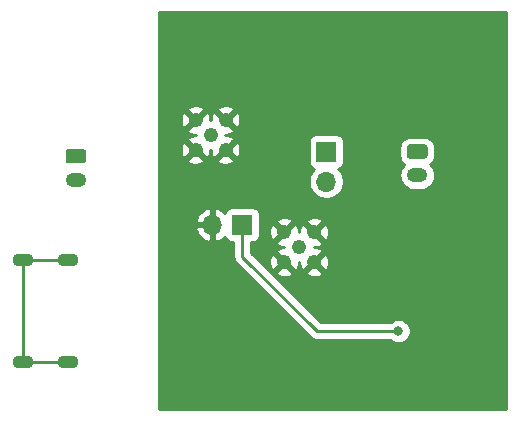
<source format=gbl>
G04 #@! TF.GenerationSoftware,KiCad,Pcbnew,(5.1.5-0)*
G04 #@! TF.CreationDate,2022-02-08T08:58:47-07:00*
G04 #@! TF.ProjectId,TPS61165-heater-v2,54505336-3131-4363-952d-686561746572,rev?*
G04 #@! TF.SameCoordinates,Original*
G04 #@! TF.FileFunction,Copper,L2,Bot*
G04 #@! TF.FilePolarity,Positive*
%FSLAX46Y46*%
G04 Gerber Fmt 4.6, Leading zero omitted, Abs format (unit mm)*
G04 Created by KiCad (PCBNEW (5.1.5-0)) date 2022-02-08 08:58:47*
%MOMM*%
%LPD*%
G04 APERTURE LIST*
%ADD10C,1.240000*%
%ADD11O,1.700000X1.700000*%
%ADD12R,1.700000X1.700000*%
%ADD13O,1.750000X1.200000*%
%ADD14C,0.100000*%
%ADD15O,1.800000X1.100000*%
%ADD16C,0.800000*%
%ADD17C,0.250000*%
%ADD18C,0.254000*%
G04 APERTURE END LIST*
D10*
X140530000Y-76870000D03*
X143070000Y-74330000D03*
X143070000Y-76870000D03*
X140530000Y-74330000D03*
X141800000Y-75600000D03*
D11*
X134460000Y-73700000D03*
D12*
X137000000Y-73700000D03*
D10*
X135570000Y-64830000D03*
X133030000Y-67370000D03*
X133030000Y-64830000D03*
X135570000Y-67370000D03*
X134300000Y-66100000D03*
D13*
X151800000Y-69500000D03*
G04 #@! TA.AperFunction,ComponentPad*
D14*
G36*
X152449505Y-66901204D02*
G01*
X152473773Y-66904804D01*
X152497572Y-66910765D01*
X152520671Y-66919030D01*
X152542850Y-66929520D01*
X152563893Y-66942132D01*
X152583599Y-66956747D01*
X152601777Y-66973223D01*
X152618253Y-66991401D01*
X152632868Y-67011107D01*
X152645480Y-67032150D01*
X152655970Y-67054329D01*
X152664235Y-67077428D01*
X152670196Y-67101227D01*
X152673796Y-67125495D01*
X152675000Y-67149999D01*
X152675000Y-67850001D01*
X152673796Y-67874505D01*
X152670196Y-67898773D01*
X152664235Y-67922572D01*
X152655970Y-67945671D01*
X152645480Y-67967850D01*
X152632868Y-67988893D01*
X152618253Y-68008599D01*
X152601777Y-68026777D01*
X152583599Y-68043253D01*
X152563893Y-68057868D01*
X152542850Y-68070480D01*
X152520671Y-68080970D01*
X152497572Y-68089235D01*
X152473773Y-68095196D01*
X152449505Y-68098796D01*
X152425001Y-68100000D01*
X151174999Y-68100000D01*
X151150495Y-68098796D01*
X151126227Y-68095196D01*
X151102428Y-68089235D01*
X151079329Y-68080970D01*
X151057150Y-68070480D01*
X151036107Y-68057868D01*
X151016401Y-68043253D01*
X150998223Y-68026777D01*
X150981747Y-68008599D01*
X150967132Y-67988893D01*
X150954520Y-67967850D01*
X150944030Y-67945671D01*
X150935765Y-67922572D01*
X150929804Y-67898773D01*
X150926204Y-67874505D01*
X150925000Y-67850001D01*
X150925000Y-67149999D01*
X150926204Y-67125495D01*
X150929804Y-67101227D01*
X150935765Y-67077428D01*
X150944030Y-67054329D01*
X150954520Y-67032150D01*
X150967132Y-67011107D01*
X150981747Y-66991401D01*
X150998223Y-66973223D01*
X151016401Y-66956747D01*
X151036107Y-66942132D01*
X151057150Y-66929520D01*
X151079329Y-66919030D01*
X151102428Y-66910765D01*
X151126227Y-66904804D01*
X151150495Y-66901204D01*
X151174999Y-66900000D01*
X152425001Y-66900000D01*
X152449505Y-66901204D01*
G37*
G04 #@! TD.AperFunction*
D11*
X144100000Y-70040000D03*
D12*
X144100000Y-67500000D03*
D13*
X122900000Y-69900000D03*
G04 #@! TA.AperFunction,ComponentPad*
D14*
G36*
X123549505Y-67301204D02*
G01*
X123573773Y-67304804D01*
X123597572Y-67310765D01*
X123620671Y-67319030D01*
X123642850Y-67329520D01*
X123663893Y-67342132D01*
X123683599Y-67356747D01*
X123701777Y-67373223D01*
X123718253Y-67391401D01*
X123732868Y-67411107D01*
X123745480Y-67432150D01*
X123755970Y-67454329D01*
X123764235Y-67477428D01*
X123770196Y-67501227D01*
X123773796Y-67525495D01*
X123775000Y-67549999D01*
X123775000Y-68250001D01*
X123773796Y-68274505D01*
X123770196Y-68298773D01*
X123764235Y-68322572D01*
X123755970Y-68345671D01*
X123745480Y-68367850D01*
X123732868Y-68388893D01*
X123718253Y-68408599D01*
X123701777Y-68426777D01*
X123683599Y-68443253D01*
X123663893Y-68457868D01*
X123642850Y-68470480D01*
X123620671Y-68480970D01*
X123597572Y-68489235D01*
X123573773Y-68495196D01*
X123549505Y-68498796D01*
X123525001Y-68500000D01*
X122274999Y-68500000D01*
X122250495Y-68498796D01*
X122226227Y-68495196D01*
X122202428Y-68489235D01*
X122179329Y-68480970D01*
X122157150Y-68470480D01*
X122136107Y-68457868D01*
X122116401Y-68443253D01*
X122098223Y-68426777D01*
X122081747Y-68408599D01*
X122067132Y-68388893D01*
X122054520Y-68367850D01*
X122044030Y-68345671D01*
X122035765Y-68322572D01*
X122029804Y-68298773D01*
X122026204Y-68274505D01*
X122025000Y-68250001D01*
X122025000Y-67549999D01*
X122026204Y-67525495D01*
X122029804Y-67501227D01*
X122035765Y-67477428D01*
X122044030Y-67454329D01*
X122054520Y-67432150D01*
X122067132Y-67411107D01*
X122081747Y-67391401D01*
X122098223Y-67373223D01*
X122116401Y-67356747D01*
X122136107Y-67342132D01*
X122157150Y-67329520D01*
X122179329Y-67319030D01*
X122202428Y-67310765D01*
X122226227Y-67304804D01*
X122250495Y-67301204D01*
X122274999Y-67300000D01*
X123525001Y-67300000D01*
X123549505Y-67301204D01*
G37*
G04 #@! TD.AperFunction*
D15*
X118425000Y-76680000D03*
X118425000Y-85320000D03*
X122225000Y-76680000D03*
X122225000Y-85320000D03*
D16*
X150200000Y-82700000D03*
D17*
X137000000Y-76400000D02*
X137000000Y-73700000D01*
X137000000Y-76400000D02*
X143300000Y-82700000D01*
X143300000Y-82700000D02*
X146500000Y-82700000D01*
X146500000Y-82700000D02*
X146000000Y-82700000D01*
X150200000Y-82700000D02*
X146500000Y-82700000D01*
X122225000Y-76680000D02*
X118425000Y-76680000D01*
X122225000Y-85320000D02*
X118425000Y-85320000D01*
X118425000Y-85320000D02*
X118425000Y-76680000D01*
D18*
G36*
X159340001Y-89340000D02*
G01*
X129927000Y-89340000D01*
X129927000Y-74056891D01*
X133018519Y-74056891D01*
X133115843Y-74331252D01*
X133264822Y-74581355D01*
X133459731Y-74797588D01*
X133693080Y-74971641D01*
X133955901Y-75096825D01*
X134103110Y-75141476D01*
X134333000Y-75020155D01*
X134333000Y-73827000D01*
X133139186Y-73827000D01*
X133018519Y-74056891D01*
X129927000Y-74056891D01*
X129927000Y-73343109D01*
X133018519Y-73343109D01*
X133139186Y-73573000D01*
X134333000Y-73573000D01*
X134333000Y-72379845D01*
X134587000Y-72379845D01*
X134587000Y-73573000D01*
X134607000Y-73573000D01*
X134607000Y-73827000D01*
X134587000Y-73827000D01*
X134587000Y-75020155D01*
X134816890Y-75141476D01*
X134964099Y-75096825D01*
X135226920Y-74971641D01*
X135460269Y-74797588D01*
X135536034Y-74713534D01*
X135560498Y-74794180D01*
X135619463Y-74904494D01*
X135698815Y-75001185D01*
X135795506Y-75080537D01*
X135905820Y-75139502D01*
X136025518Y-75175812D01*
X136150000Y-75188072D01*
X136240000Y-75188072D01*
X136240000Y-76362677D01*
X136236324Y-76400000D01*
X136240000Y-76437322D01*
X136240000Y-76437332D01*
X136250997Y-76548985D01*
X136293893Y-76690395D01*
X136294454Y-76692246D01*
X136365026Y-76824276D01*
X136390241Y-76855000D01*
X136459999Y-76940001D01*
X136489003Y-76963804D01*
X142736205Y-83211008D01*
X142759999Y-83240001D01*
X142788992Y-83263795D01*
X142788996Y-83263799D01*
X142859685Y-83321811D01*
X142875724Y-83334974D01*
X143007753Y-83405546D01*
X143151014Y-83449003D01*
X143262667Y-83460000D01*
X143262676Y-83460000D01*
X143299999Y-83463676D01*
X143337322Y-83460000D01*
X149496289Y-83460000D01*
X149540226Y-83503937D01*
X149709744Y-83617205D01*
X149898102Y-83695226D01*
X150098061Y-83735000D01*
X150301939Y-83735000D01*
X150501898Y-83695226D01*
X150690256Y-83617205D01*
X150859774Y-83503937D01*
X151003937Y-83359774D01*
X151117205Y-83190256D01*
X151195226Y-83001898D01*
X151235000Y-82801939D01*
X151235000Y-82598061D01*
X151195226Y-82398102D01*
X151117205Y-82209744D01*
X151003937Y-82040226D01*
X150859774Y-81896063D01*
X150690256Y-81782795D01*
X150501898Y-81704774D01*
X150301939Y-81665000D01*
X150098061Y-81665000D01*
X149898102Y-81704774D01*
X149709744Y-81782795D01*
X149540226Y-81896063D01*
X149496289Y-81940000D01*
X143614803Y-81940000D01*
X139408875Y-77734072D01*
X139845533Y-77734072D01*
X139895274Y-77959691D01*
X140120058Y-78062582D01*
X140360596Y-78119642D01*
X140607645Y-78128680D01*
X140851709Y-78089347D01*
X141083410Y-78003156D01*
X141164726Y-77959691D01*
X141214467Y-77734072D01*
X142385533Y-77734072D01*
X142435274Y-77959691D01*
X142660058Y-78062582D01*
X142900596Y-78119642D01*
X143147645Y-78128680D01*
X143391709Y-78089347D01*
X143623410Y-78003156D01*
X143704726Y-77959691D01*
X143754467Y-77734072D01*
X143070000Y-77049605D01*
X142385533Y-77734072D01*
X141214467Y-77734072D01*
X140530000Y-77049605D01*
X139845533Y-77734072D01*
X139408875Y-77734072D01*
X138622447Y-76947645D01*
X139271320Y-76947645D01*
X139310653Y-77191709D01*
X139396844Y-77423410D01*
X139440309Y-77504726D01*
X139665928Y-77554467D01*
X140350395Y-76870000D01*
X139665928Y-76185533D01*
X139440309Y-76235274D01*
X139337418Y-76460058D01*
X139280358Y-76700596D01*
X139271320Y-76947645D01*
X138622447Y-76947645D01*
X137760000Y-76085199D01*
X137760000Y-75194072D01*
X139845533Y-75194072D01*
X139895274Y-75419691D01*
X140120058Y-75522582D01*
X140360596Y-75579642D01*
X140545000Y-75586388D01*
X140545000Y-75614709D01*
X140452355Y-75611320D01*
X140208291Y-75650653D01*
X139976590Y-75736844D01*
X139895274Y-75780309D01*
X139845533Y-76005928D01*
X140530000Y-76690395D01*
X140544143Y-76676253D01*
X140723748Y-76855858D01*
X140709605Y-76870000D01*
X141394072Y-77554467D01*
X141619691Y-77504726D01*
X141722582Y-77279942D01*
X141779642Y-77039404D01*
X141786388Y-76855000D01*
X141814709Y-76855000D01*
X141811320Y-76947645D01*
X141850653Y-77191709D01*
X141936844Y-77423410D01*
X141980309Y-77504726D01*
X142205928Y-77554467D01*
X142890395Y-76870000D01*
X143249605Y-76870000D01*
X143934072Y-77554467D01*
X144159691Y-77504726D01*
X144262582Y-77279942D01*
X144319642Y-77039404D01*
X144328680Y-76792355D01*
X144289347Y-76548291D01*
X144203156Y-76316590D01*
X144159691Y-76235274D01*
X143934072Y-76185533D01*
X143249605Y-76870000D01*
X142890395Y-76870000D01*
X142876253Y-76855858D01*
X143055858Y-76676253D01*
X143070000Y-76690395D01*
X143754467Y-76005928D01*
X143704726Y-75780309D01*
X143479942Y-75677418D01*
X143239404Y-75620358D01*
X143055000Y-75613612D01*
X143055000Y-75585291D01*
X143147645Y-75588680D01*
X143391709Y-75549347D01*
X143623410Y-75463156D01*
X143704726Y-75419691D01*
X143754467Y-75194072D01*
X143070000Y-74509605D01*
X143055858Y-74523748D01*
X142876253Y-74344143D01*
X142890395Y-74330000D01*
X143249605Y-74330000D01*
X143934072Y-75014467D01*
X144159691Y-74964726D01*
X144262582Y-74739942D01*
X144319642Y-74499404D01*
X144328680Y-74252355D01*
X144289347Y-74008291D01*
X144203156Y-73776590D01*
X144159691Y-73695274D01*
X143934072Y-73645533D01*
X143249605Y-74330000D01*
X142890395Y-74330000D01*
X142205928Y-73645533D01*
X141980309Y-73695274D01*
X141877418Y-73920058D01*
X141820358Y-74160596D01*
X141813612Y-74345000D01*
X141785291Y-74345000D01*
X141788680Y-74252355D01*
X141749347Y-74008291D01*
X141663156Y-73776590D01*
X141619691Y-73695274D01*
X141394072Y-73645533D01*
X140709605Y-74330000D01*
X140723748Y-74344143D01*
X140544143Y-74523748D01*
X140530000Y-74509605D01*
X139845533Y-75194072D01*
X137760000Y-75194072D01*
X137760000Y-75188072D01*
X137850000Y-75188072D01*
X137974482Y-75175812D01*
X138094180Y-75139502D01*
X138204494Y-75080537D01*
X138301185Y-75001185D01*
X138380537Y-74904494D01*
X138439502Y-74794180D01*
X138475812Y-74674482D01*
X138488072Y-74550000D01*
X138488072Y-74407645D01*
X139271320Y-74407645D01*
X139310653Y-74651709D01*
X139396844Y-74883410D01*
X139440309Y-74964726D01*
X139665928Y-75014467D01*
X140350395Y-74330000D01*
X139665928Y-73645533D01*
X139440309Y-73695274D01*
X139337418Y-73920058D01*
X139280358Y-74160596D01*
X139271320Y-74407645D01*
X138488072Y-74407645D01*
X138488072Y-73465928D01*
X139845533Y-73465928D01*
X140530000Y-74150395D01*
X141214467Y-73465928D01*
X142385533Y-73465928D01*
X143070000Y-74150395D01*
X143754467Y-73465928D01*
X143704726Y-73240309D01*
X143479942Y-73137418D01*
X143239404Y-73080358D01*
X142992355Y-73071320D01*
X142748291Y-73110653D01*
X142516590Y-73196844D01*
X142435274Y-73240309D01*
X142385533Y-73465928D01*
X141214467Y-73465928D01*
X141164726Y-73240309D01*
X140939942Y-73137418D01*
X140699404Y-73080358D01*
X140452355Y-73071320D01*
X140208291Y-73110653D01*
X139976590Y-73196844D01*
X139895274Y-73240309D01*
X139845533Y-73465928D01*
X138488072Y-73465928D01*
X138488072Y-72850000D01*
X138475812Y-72725518D01*
X138439502Y-72605820D01*
X138380537Y-72495506D01*
X138301185Y-72398815D01*
X138204494Y-72319463D01*
X138094180Y-72260498D01*
X137974482Y-72224188D01*
X137850000Y-72211928D01*
X136150000Y-72211928D01*
X136025518Y-72224188D01*
X135905820Y-72260498D01*
X135795506Y-72319463D01*
X135698815Y-72398815D01*
X135619463Y-72495506D01*
X135560498Y-72605820D01*
X135536034Y-72686466D01*
X135460269Y-72602412D01*
X135226920Y-72428359D01*
X134964099Y-72303175D01*
X134816890Y-72258524D01*
X134587000Y-72379845D01*
X134333000Y-72379845D01*
X134103110Y-72258524D01*
X133955901Y-72303175D01*
X133693080Y-72428359D01*
X133459731Y-72602412D01*
X133264822Y-72818645D01*
X133115843Y-73068748D01*
X133018519Y-73343109D01*
X129927000Y-73343109D01*
X129927000Y-68234072D01*
X132345533Y-68234072D01*
X132395274Y-68459691D01*
X132620058Y-68562582D01*
X132860596Y-68619642D01*
X133107645Y-68628680D01*
X133351709Y-68589347D01*
X133583410Y-68503156D01*
X133664726Y-68459691D01*
X133714467Y-68234072D01*
X134885533Y-68234072D01*
X134935274Y-68459691D01*
X135160058Y-68562582D01*
X135400596Y-68619642D01*
X135647645Y-68628680D01*
X135891709Y-68589347D01*
X136123410Y-68503156D01*
X136204726Y-68459691D01*
X136254467Y-68234072D01*
X135570000Y-67549605D01*
X134885533Y-68234072D01*
X133714467Y-68234072D01*
X133030000Y-67549605D01*
X132345533Y-68234072D01*
X129927000Y-68234072D01*
X129927000Y-67447645D01*
X131771320Y-67447645D01*
X131810653Y-67691709D01*
X131896844Y-67923410D01*
X131940309Y-68004726D01*
X132165928Y-68054467D01*
X132850395Y-67370000D01*
X132165928Y-66685533D01*
X131940309Y-66735274D01*
X131837418Y-66960058D01*
X131780358Y-67200596D01*
X131771320Y-67447645D01*
X129927000Y-67447645D01*
X129927000Y-65694072D01*
X132345533Y-65694072D01*
X132395274Y-65919691D01*
X132620058Y-66022582D01*
X132860596Y-66079642D01*
X133045000Y-66086388D01*
X133045000Y-66114709D01*
X132952355Y-66111320D01*
X132708291Y-66150653D01*
X132476590Y-66236844D01*
X132395274Y-66280309D01*
X132345533Y-66505928D01*
X133030000Y-67190395D01*
X133044143Y-67176253D01*
X133223748Y-67355858D01*
X133209605Y-67370000D01*
X133894072Y-68054467D01*
X134119691Y-68004726D01*
X134222582Y-67779942D01*
X134279642Y-67539404D01*
X134286388Y-67355000D01*
X134314709Y-67355000D01*
X134311320Y-67447645D01*
X134350653Y-67691709D01*
X134436844Y-67923410D01*
X134480309Y-68004726D01*
X134705928Y-68054467D01*
X135390395Y-67370000D01*
X135749605Y-67370000D01*
X136434072Y-68054467D01*
X136659691Y-68004726D01*
X136762582Y-67779942D01*
X136819642Y-67539404D01*
X136828680Y-67292355D01*
X136789347Y-67048291D01*
X136703156Y-66816590D01*
X136659691Y-66735274D01*
X136434072Y-66685533D01*
X135749605Y-67370000D01*
X135390395Y-67370000D01*
X135376253Y-67355858D01*
X135555858Y-67176253D01*
X135570000Y-67190395D01*
X136110395Y-66650000D01*
X142611928Y-66650000D01*
X142611928Y-68350000D01*
X142624188Y-68474482D01*
X142660498Y-68594180D01*
X142719463Y-68704494D01*
X142798815Y-68801185D01*
X142895506Y-68880537D01*
X143005820Y-68939502D01*
X143078380Y-68961513D01*
X142946525Y-69093368D01*
X142784010Y-69336589D01*
X142672068Y-69606842D01*
X142615000Y-69893740D01*
X142615000Y-70186260D01*
X142672068Y-70473158D01*
X142784010Y-70743411D01*
X142946525Y-70986632D01*
X143153368Y-71193475D01*
X143396589Y-71355990D01*
X143666842Y-71467932D01*
X143953740Y-71525000D01*
X144246260Y-71525000D01*
X144533158Y-71467932D01*
X144803411Y-71355990D01*
X145046632Y-71193475D01*
X145253475Y-70986632D01*
X145415990Y-70743411D01*
X145527932Y-70473158D01*
X145585000Y-70186260D01*
X145585000Y-69893740D01*
X145527932Y-69606842D01*
X145483677Y-69500000D01*
X150284025Y-69500000D01*
X150307870Y-69742102D01*
X150378489Y-69974901D01*
X150493167Y-70189449D01*
X150647498Y-70377502D01*
X150835551Y-70531833D01*
X151050099Y-70646511D01*
X151282898Y-70717130D01*
X151464335Y-70735000D01*
X152135665Y-70735000D01*
X152317102Y-70717130D01*
X152549901Y-70646511D01*
X152764449Y-70531833D01*
X152952502Y-70377502D01*
X153106833Y-70189449D01*
X153221511Y-69974901D01*
X153292130Y-69742102D01*
X153315975Y-69500000D01*
X153292130Y-69257898D01*
X153221511Y-69025099D01*
X153106833Y-68810551D01*
X152952502Y-68622498D01*
X152913889Y-68590809D01*
X152918387Y-68588405D01*
X153052962Y-68477962D01*
X153163405Y-68343387D01*
X153245472Y-68189851D01*
X153296008Y-68023255D01*
X153313072Y-67850001D01*
X153313072Y-67149999D01*
X153296008Y-66976745D01*
X153245472Y-66810149D01*
X153163405Y-66656613D01*
X153052962Y-66522038D01*
X152918387Y-66411595D01*
X152764851Y-66329528D01*
X152598255Y-66278992D01*
X152425001Y-66261928D01*
X151174999Y-66261928D01*
X151001745Y-66278992D01*
X150835149Y-66329528D01*
X150681613Y-66411595D01*
X150547038Y-66522038D01*
X150436595Y-66656613D01*
X150354528Y-66810149D01*
X150303992Y-66976745D01*
X150286928Y-67149999D01*
X150286928Y-67850001D01*
X150303992Y-68023255D01*
X150354528Y-68189851D01*
X150436595Y-68343387D01*
X150547038Y-68477962D01*
X150681613Y-68588405D01*
X150686111Y-68590809D01*
X150647498Y-68622498D01*
X150493167Y-68810551D01*
X150378489Y-69025099D01*
X150307870Y-69257898D01*
X150284025Y-69500000D01*
X145483677Y-69500000D01*
X145415990Y-69336589D01*
X145253475Y-69093368D01*
X145121620Y-68961513D01*
X145194180Y-68939502D01*
X145304494Y-68880537D01*
X145401185Y-68801185D01*
X145480537Y-68704494D01*
X145539502Y-68594180D01*
X145575812Y-68474482D01*
X145588072Y-68350000D01*
X145588072Y-66650000D01*
X145575812Y-66525518D01*
X145539502Y-66405820D01*
X145480537Y-66295506D01*
X145401185Y-66198815D01*
X145304494Y-66119463D01*
X145194180Y-66060498D01*
X145074482Y-66024188D01*
X144950000Y-66011928D01*
X143250000Y-66011928D01*
X143125518Y-66024188D01*
X143005820Y-66060498D01*
X142895506Y-66119463D01*
X142798815Y-66198815D01*
X142719463Y-66295506D01*
X142660498Y-66405820D01*
X142624188Y-66525518D01*
X142611928Y-66650000D01*
X136110395Y-66650000D01*
X136254467Y-66505928D01*
X136204726Y-66280309D01*
X135979942Y-66177418D01*
X135739404Y-66120358D01*
X135555000Y-66113612D01*
X135555000Y-66085291D01*
X135647645Y-66088680D01*
X135891709Y-66049347D01*
X136123410Y-65963156D01*
X136204726Y-65919691D01*
X136254467Y-65694072D01*
X135570000Y-65009605D01*
X135555858Y-65023748D01*
X135376253Y-64844143D01*
X135390395Y-64830000D01*
X135749605Y-64830000D01*
X136434072Y-65514467D01*
X136659691Y-65464726D01*
X136762582Y-65239942D01*
X136819642Y-64999404D01*
X136828680Y-64752355D01*
X136789347Y-64508291D01*
X136703156Y-64276590D01*
X136659691Y-64195274D01*
X136434072Y-64145533D01*
X135749605Y-64830000D01*
X135390395Y-64830000D01*
X134705928Y-64145533D01*
X134480309Y-64195274D01*
X134377418Y-64420058D01*
X134320358Y-64660596D01*
X134313612Y-64845000D01*
X134285291Y-64845000D01*
X134288680Y-64752355D01*
X134249347Y-64508291D01*
X134163156Y-64276590D01*
X134119691Y-64195274D01*
X133894072Y-64145533D01*
X133209605Y-64830000D01*
X133223748Y-64844143D01*
X133044143Y-65023748D01*
X133030000Y-65009605D01*
X132345533Y-65694072D01*
X129927000Y-65694072D01*
X129927000Y-64907645D01*
X131771320Y-64907645D01*
X131810653Y-65151709D01*
X131896844Y-65383410D01*
X131940309Y-65464726D01*
X132165928Y-65514467D01*
X132850395Y-64830000D01*
X132165928Y-64145533D01*
X131940309Y-64195274D01*
X131837418Y-64420058D01*
X131780358Y-64660596D01*
X131771320Y-64907645D01*
X129927000Y-64907645D01*
X129927000Y-63965928D01*
X132345533Y-63965928D01*
X133030000Y-64650395D01*
X133714467Y-63965928D01*
X134885533Y-63965928D01*
X135570000Y-64650395D01*
X136254467Y-63965928D01*
X136204726Y-63740309D01*
X135979942Y-63637418D01*
X135739404Y-63580358D01*
X135492355Y-63571320D01*
X135248291Y-63610653D01*
X135016590Y-63696844D01*
X134935274Y-63740309D01*
X134885533Y-63965928D01*
X133714467Y-63965928D01*
X133664726Y-63740309D01*
X133439942Y-63637418D01*
X133199404Y-63580358D01*
X132952355Y-63571320D01*
X132708291Y-63610653D01*
X132476590Y-63696844D01*
X132395274Y-63740309D01*
X132345533Y-63965928D01*
X129927000Y-63965928D01*
X129927000Y-55660000D01*
X159340000Y-55660000D01*
X159340001Y-89340000D01*
G37*
X159340001Y-89340000D02*
X129927000Y-89340000D01*
X129927000Y-74056891D01*
X133018519Y-74056891D01*
X133115843Y-74331252D01*
X133264822Y-74581355D01*
X133459731Y-74797588D01*
X133693080Y-74971641D01*
X133955901Y-75096825D01*
X134103110Y-75141476D01*
X134333000Y-75020155D01*
X134333000Y-73827000D01*
X133139186Y-73827000D01*
X133018519Y-74056891D01*
X129927000Y-74056891D01*
X129927000Y-73343109D01*
X133018519Y-73343109D01*
X133139186Y-73573000D01*
X134333000Y-73573000D01*
X134333000Y-72379845D01*
X134587000Y-72379845D01*
X134587000Y-73573000D01*
X134607000Y-73573000D01*
X134607000Y-73827000D01*
X134587000Y-73827000D01*
X134587000Y-75020155D01*
X134816890Y-75141476D01*
X134964099Y-75096825D01*
X135226920Y-74971641D01*
X135460269Y-74797588D01*
X135536034Y-74713534D01*
X135560498Y-74794180D01*
X135619463Y-74904494D01*
X135698815Y-75001185D01*
X135795506Y-75080537D01*
X135905820Y-75139502D01*
X136025518Y-75175812D01*
X136150000Y-75188072D01*
X136240000Y-75188072D01*
X136240000Y-76362677D01*
X136236324Y-76400000D01*
X136240000Y-76437322D01*
X136240000Y-76437332D01*
X136250997Y-76548985D01*
X136293893Y-76690395D01*
X136294454Y-76692246D01*
X136365026Y-76824276D01*
X136390241Y-76855000D01*
X136459999Y-76940001D01*
X136489003Y-76963804D01*
X142736205Y-83211008D01*
X142759999Y-83240001D01*
X142788992Y-83263795D01*
X142788996Y-83263799D01*
X142859685Y-83321811D01*
X142875724Y-83334974D01*
X143007753Y-83405546D01*
X143151014Y-83449003D01*
X143262667Y-83460000D01*
X143262676Y-83460000D01*
X143299999Y-83463676D01*
X143337322Y-83460000D01*
X149496289Y-83460000D01*
X149540226Y-83503937D01*
X149709744Y-83617205D01*
X149898102Y-83695226D01*
X150098061Y-83735000D01*
X150301939Y-83735000D01*
X150501898Y-83695226D01*
X150690256Y-83617205D01*
X150859774Y-83503937D01*
X151003937Y-83359774D01*
X151117205Y-83190256D01*
X151195226Y-83001898D01*
X151235000Y-82801939D01*
X151235000Y-82598061D01*
X151195226Y-82398102D01*
X151117205Y-82209744D01*
X151003937Y-82040226D01*
X150859774Y-81896063D01*
X150690256Y-81782795D01*
X150501898Y-81704774D01*
X150301939Y-81665000D01*
X150098061Y-81665000D01*
X149898102Y-81704774D01*
X149709744Y-81782795D01*
X149540226Y-81896063D01*
X149496289Y-81940000D01*
X143614803Y-81940000D01*
X139408875Y-77734072D01*
X139845533Y-77734072D01*
X139895274Y-77959691D01*
X140120058Y-78062582D01*
X140360596Y-78119642D01*
X140607645Y-78128680D01*
X140851709Y-78089347D01*
X141083410Y-78003156D01*
X141164726Y-77959691D01*
X141214467Y-77734072D01*
X142385533Y-77734072D01*
X142435274Y-77959691D01*
X142660058Y-78062582D01*
X142900596Y-78119642D01*
X143147645Y-78128680D01*
X143391709Y-78089347D01*
X143623410Y-78003156D01*
X143704726Y-77959691D01*
X143754467Y-77734072D01*
X143070000Y-77049605D01*
X142385533Y-77734072D01*
X141214467Y-77734072D01*
X140530000Y-77049605D01*
X139845533Y-77734072D01*
X139408875Y-77734072D01*
X138622447Y-76947645D01*
X139271320Y-76947645D01*
X139310653Y-77191709D01*
X139396844Y-77423410D01*
X139440309Y-77504726D01*
X139665928Y-77554467D01*
X140350395Y-76870000D01*
X139665928Y-76185533D01*
X139440309Y-76235274D01*
X139337418Y-76460058D01*
X139280358Y-76700596D01*
X139271320Y-76947645D01*
X138622447Y-76947645D01*
X137760000Y-76085199D01*
X137760000Y-75194072D01*
X139845533Y-75194072D01*
X139895274Y-75419691D01*
X140120058Y-75522582D01*
X140360596Y-75579642D01*
X140545000Y-75586388D01*
X140545000Y-75614709D01*
X140452355Y-75611320D01*
X140208291Y-75650653D01*
X139976590Y-75736844D01*
X139895274Y-75780309D01*
X139845533Y-76005928D01*
X140530000Y-76690395D01*
X140544143Y-76676253D01*
X140723748Y-76855858D01*
X140709605Y-76870000D01*
X141394072Y-77554467D01*
X141619691Y-77504726D01*
X141722582Y-77279942D01*
X141779642Y-77039404D01*
X141786388Y-76855000D01*
X141814709Y-76855000D01*
X141811320Y-76947645D01*
X141850653Y-77191709D01*
X141936844Y-77423410D01*
X141980309Y-77504726D01*
X142205928Y-77554467D01*
X142890395Y-76870000D01*
X143249605Y-76870000D01*
X143934072Y-77554467D01*
X144159691Y-77504726D01*
X144262582Y-77279942D01*
X144319642Y-77039404D01*
X144328680Y-76792355D01*
X144289347Y-76548291D01*
X144203156Y-76316590D01*
X144159691Y-76235274D01*
X143934072Y-76185533D01*
X143249605Y-76870000D01*
X142890395Y-76870000D01*
X142876253Y-76855858D01*
X143055858Y-76676253D01*
X143070000Y-76690395D01*
X143754467Y-76005928D01*
X143704726Y-75780309D01*
X143479942Y-75677418D01*
X143239404Y-75620358D01*
X143055000Y-75613612D01*
X143055000Y-75585291D01*
X143147645Y-75588680D01*
X143391709Y-75549347D01*
X143623410Y-75463156D01*
X143704726Y-75419691D01*
X143754467Y-75194072D01*
X143070000Y-74509605D01*
X143055858Y-74523748D01*
X142876253Y-74344143D01*
X142890395Y-74330000D01*
X143249605Y-74330000D01*
X143934072Y-75014467D01*
X144159691Y-74964726D01*
X144262582Y-74739942D01*
X144319642Y-74499404D01*
X144328680Y-74252355D01*
X144289347Y-74008291D01*
X144203156Y-73776590D01*
X144159691Y-73695274D01*
X143934072Y-73645533D01*
X143249605Y-74330000D01*
X142890395Y-74330000D01*
X142205928Y-73645533D01*
X141980309Y-73695274D01*
X141877418Y-73920058D01*
X141820358Y-74160596D01*
X141813612Y-74345000D01*
X141785291Y-74345000D01*
X141788680Y-74252355D01*
X141749347Y-74008291D01*
X141663156Y-73776590D01*
X141619691Y-73695274D01*
X141394072Y-73645533D01*
X140709605Y-74330000D01*
X140723748Y-74344143D01*
X140544143Y-74523748D01*
X140530000Y-74509605D01*
X139845533Y-75194072D01*
X137760000Y-75194072D01*
X137760000Y-75188072D01*
X137850000Y-75188072D01*
X137974482Y-75175812D01*
X138094180Y-75139502D01*
X138204494Y-75080537D01*
X138301185Y-75001185D01*
X138380537Y-74904494D01*
X138439502Y-74794180D01*
X138475812Y-74674482D01*
X138488072Y-74550000D01*
X138488072Y-74407645D01*
X139271320Y-74407645D01*
X139310653Y-74651709D01*
X139396844Y-74883410D01*
X139440309Y-74964726D01*
X139665928Y-75014467D01*
X140350395Y-74330000D01*
X139665928Y-73645533D01*
X139440309Y-73695274D01*
X139337418Y-73920058D01*
X139280358Y-74160596D01*
X139271320Y-74407645D01*
X138488072Y-74407645D01*
X138488072Y-73465928D01*
X139845533Y-73465928D01*
X140530000Y-74150395D01*
X141214467Y-73465928D01*
X142385533Y-73465928D01*
X143070000Y-74150395D01*
X143754467Y-73465928D01*
X143704726Y-73240309D01*
X143479942Y-73137418D01*
X143239404Y-73080358D01*
X142992355Y-73071320D01*
X142748291Y-73110653D01*
X142516590Y-73196844D01*
X142435274Y-73240309D01*
X142385533Y-73465928D01*
X141214467Y-73465928D01*
X141164726Y-73240309D01*
X140939942Y-73137418D01*
X140699404Y-73080358D01*
X140452355Y-73071320D01*
X140208291Y-73110653D01*
X139976590Y-73196844D01*
X139895274Y-73240309D01*
X139845533Y-73465928D01*
X138488072Y-73465928D01*
X138488072Y-72850000D01*
X138475812Y-72725518D01*
X138439502Y-72605820D01*
X138380537Y-72495506D01*
X138301185Y-72398815D01*
X138204494Y-72319463D01*
X138094180Y-72260498D01*
X137974482Y-72224188D01*
X137850000Y-72211928D01*
X136150000Y-72211928D01*
X136025518Y-72224188D01*
X135905820Y-72260498D01*
X135795506Y-72319463D01*
X135698815Y-72398815D01*
X135619463Y-72495506D01*
X135560498Y-72605820D01*
X135536034Y-72686466D01*
X135460269Y-72602412D01*
X135226920Y-72428359D01*
X134964099Y-72303175D01*
X134816890Y-72258524D01*
X134587000Y-72379845D01*
X134333000Y-72379845D01*
X134103110Y-72258524D01*
X133955901Y-72303175D01*
X133693080Y-72428359D01*
X133459731Y-72602412D01*
X133264822Y-72818645D01*
X133115843Y-73068748D01*
X133018519Y-73343109D01*
X129927000Y-73343109D01*
X129927000Y-68234072D01*
X132345533Y-68234072D01*
X132395274Y-68459691D01*
X132620058Y-68562582D01*
X132860596Y-68619642D01*
X133107645Y-68628680D01*
X133351709Y-68589347D01*
X133583410Y-68503156D01*
X133664726Y-68459691D01*
X133714467Y-68234072D01*
X134885533Y-68234072D01*
X134935274Y-68459691D01*
X135160058Y-68562582D01*
X135400596Y-68619642D01*
X135647645Y-68628680D01*
X135891709Y-68589347D01*
X136123410Y-68503156D01*
X136204726Y-68459691D01*
X136254467Y-68234072D01*
X135570000Y-67549605D01*
X134885533Y-68234072D01*
X133714467Y-68234072D01*
X133030000Y-67549605D01*
X132345533Y-68234072D01*
X129927000Y-68234072D01*
X129927000Y-67447645D01*
X131771320Y-67447645D01*
X131810653Y-67691709D01*
X131896844Y-67923410D01*
X131940309Y-68004726D01*
X132165928Y-68054467D01*
X132850395Y-67370000D01*
X132165928Y-66685533D01*
X131940309Y-66735274D01*
X131837418Y-66960058D01*
X131780358Y-67200596D01*
X131771320Y-67447645D01*
X129927000Y-67447645D01*
X129927000Y-65694072D01*
X132345533Y-65694072D01*
X132395274Y-65919691D01*
X132620058Y-66022582D01*
X132860596Y-66079642D01*
X133045000Y-66086388D01*
X133045000Y-66114709D01*
X132952355Y-66111320D01*
X132708291Y-66150653D01*
X132476590Y-66236844D01*
X132395274Y-66280309D01*
X132345533Y-66505928D01*
X133030000Y-67190395D01*
X133044143Y-67176253D01*
X133223748Y-67355858D01*
X133209605Y-67370000D01*
X133894072Y-68054467D01*
X134119691Y-68004726D01*
X134222582Y-67779942D01*
X134279642Y-67539404D01*
X134286388Y-67355000D01*
X134314709Y-67355000D01*
X134311320Y-67447645D01*
X134350653Y-67691709D01*
X134436844Y-67923410D01*
X134480309Y-68004726D01*
X134705928Y-68054467D01*
X135390395Y-67370000D01*
X135749605Y-67370000D01*
X136434072Y-68054467D01*
X136659691Y-68004726D01*
X136762582Y-67779942D01*
X136819642Y-67539404D01*
X136828680Y-67292355D01*
X136789347Y-67048291D01*
X136703156Y-66816590D01*
X136659691Y-66735274D01*
X136434072Y-66685533D01*
X135749605Y-67370000D01*
X135390395Y-67370000D01*
X135376253Y-67355858D01*
X135555858Y-67176253D01*
X135570000Y-67190395D01*
X136110395Y-66650000D01*
X142611928Y-66650000D01*
X142611928Y-68350000D01*
X142624188Y-68474482D01*
X142660498Y-68594180D01*
X142719463Y-68704494D01*
X142798815Y-68801185D01*
X142895506Y-68880537D01*
X143005820Y-68939502D01*
X143078380Y-68961513D01*
X142946525Y-69093368D01*
X142784010Y-69336589D01*
X142672068Y-69606842D01*
X142615000Y-69893740D01*
X142615000Y-70186260D01*
X142672068Y-70473158D01*
X142784010Y-70743411D01*
X142946525Y-70986632D01*
X143153368Y-71193475D01*
X143396589Y-71355990D01*
X143666842Y-71467932D01*
X143953740Y-71525000D01*
X144246260Y-71525000D01*
X144533158Y-71467932D01*
X144803411Y-71355990D01*
X145046632Y-71193475D01*
X145253475Y-70986632D01*
X145415990Y-70743411D01*
X145527932Y-70473158D01*
X145585000Y-70186260D01*
X145585000Y-69893740D01*
X145527932Y-69606842D01*
X145483677Y-69500000D01*
X150284025Y-69500000D01*
X150307870Y-69742102D01*
X150378489Y-69974901D01*
X150493167Y-70189449D01*
X150647498Y-70377502D01*
X150835551Y-70531833D01*
X151050099Y-70646511D01*
X151282898Y-70717130D01*
X151464335Y-70735000D01*
X152135665Y-70735000D01*
X152317102Y-70717130D01*
X152549901Y-70646511D01*
X152764449Y-70531833D01*
X152952502Y-70377502D01*
X153106833Y-70189449D01*
X153221511Y-69974901D01*
X153292130Y-69742102D01*
X153315975Y-69500000D01*
X153292130Y-69257898D01*
X153221511Y-69025099D01*
X153106833Y-68810551D01*
X152952502Y-68622498D01*
X152913889Y-68590809D01*
X152918387Y-68588405D01*
X153052962Y-68477962D01*
X153163405Y-68343387D01*
X153245472Y-68189851D01*
X153296008Y-68023255D01*
X153313072Y-67850001D01*
X153313072Y-67149999D01*
X153296008Y-66976745D01*
X153245472Y-66810149D01*
X153163405Y-66656613D01*
X153052962Y-66522038D01*
X152918387Y-66411595D01*
X152764851Y-66329528D01*
X152598255Y-66278992D01*
X152425001Y-66261928D01*
X151174999Y-66261928D01*
X151001745Y-66278992D01*
X150835149Y-66329528D01*
X150681613Y-66411595D01*
X150547038Y-66522038D01*
X150436595Y-66656613D01*
X150354528Y-66810149D01*
X150303992Y-66976745D01*
X150286928Y-67149999D01*
X150286928Y-67850001D01*
X150303992Y-68023255D01*
X150354528Y-68189851D01*
X150436595Y-68343387D01*
X150547038Y-68477962D01*
X150681613Y-68588405D01*
X150686111Y-68590809D01*
X150647498Y-68622498D01*
X150493167Y-68810551D01*
X150378489Y-69025099D01*
X150307870Y-69257898D01*
X150284025Y-69500000D01*
X145483677Y-69500000D01*
X145415990Y-69336589D01*
X145253475Y-69093368D01*
X145121620Y-68961513D01*
X145194180Y-68939502D01*
X145304494Y-68880537D01*
X145401185Y-68801185D01*
X145480537Y-68704494D01*
X145539502Y-68594180D01*
X145575812Y-68474482D01*
X145588072Y-68350000D01*
X145588072Y-66650000D01*
X145575812Y-66525518D01*
X145539502Y-66405820D01*
X145480537Y-66295506D01*
X145401185Y-66198815D01*
X145304494Y-66119463D01*
X145194180Y-66060498D01*
X145074482Y-66024188D01*
X144950000Y-66011928D01*
X143250000Y-66011928D01*
X143125518Y-66024188D01*
X143005820Y-66060498D01*
X142895506Y-66119463D01*
X142798815Y-66198815D01*
X142719463Y-66295506D01*
X142660498Y-66405820D01*
X142624188Y-66525518D01*
X142611928Y-66650000D01*
X136110395Y-66650000D01*
X136254467Y-66505928D01*
X136204726Y-66280309D01*
X135979942Y-66177418D01*
X135739404Y-66120358D01*
X135555000Y-66113612D01*
X135555000Y-66085291D01*
X135647645Y-66088680D01*
X135891709Y-66049347D01*
X136123410Y-65963156D01*
X136204726Y-65919691D01*
X136254467Y-65694072D01*
X135570000Y-65009605D01*
X135555858Y-65023748D01*
X135376253Y-64844143D01*
X135390395Y-64830000D01*
X135749605Y-64830000D01*
X136434072Y-65514467D01*
X136659691Y-65464726D01*
X136762582Y-65239942D01*
X136819642Y-64999404D01*
X136828680Y-64752355D01*
X136789347Y-64508291D01*
X136703156Y-64276590D01*
X136659691Y-64195274D01*
X136434072Y-64145533D01*
X135749605Y-64830000D01*
X135390395Y-64830000D01*
X134705928Y-64145533D01*
X134480309Y-64195274D01*
X134377418Y-64420058D01*
X134320358Y-64660596D01*
X134313612Y-64845000D01*
X134285291Y-64845000D01*
X134288680Y-64752355D01*
X134249347Y-64508291D01*
X134163156Y-64276590D01*
X134119691Y-64195274D01*
X133894072Y-64145533D01*
X133209605Y-64830000D01*
X133223748Y-64844143D01*
X133044143Y-65023748D01*
X133030000Y-65009605D01*
X132345533Y-65694072D01*
X129927000Y-65694072D01*
X129927000Y-64907645D01*
X131771320Y-64907645D01*
X131810653Y-65151709D01*
X131896844Y-65383410D01*
X131940309Y-65464726D01*
X132165928Y-65514467D01*
X132850395Y-64830000D01*
X132165928Y-64145533D01*
X131940309Y-64195274D01*
X131837418Y-64420058D01*
X131780358Y-64660596D01*
X131771320Y-64907645D01*
X129927000Y-64907645D01*
X129927000Y-63965928D01*
X132345533Y-63965928D01*
X133030000Y-64650395D01*
X133714467Y-63965928D01*
X134885533Y-63965928D01*
X135570000Y-64650395D01*
X136254467Y-63965928D01*
X136204726Y-63740309D01*
X135979942Y-63637418D01*
X135739404Y-63580358D01*
X135492355Y-63571320D01*
X135248291Y-63610653D01*
X135016590Y-63696844D01*
X134935274Y-63740309D01*
X134885533Y-63965928D01*
X133714467Y-63965928D01*
X133664726Y-63740309D01*
X133439942Y-63637418D01*
X133199404Y-63580358D01*
X132952355Y-63571320D01*
X132708291Y-63610653D01*
X132476590Y-63696844D01*
X132395274Y-63740309D01*
X132345533Y-63965928D01*
X129927000Y-63965928D01*
X129927000Y-55660000D01*
X159340000Y-55660000D01*
X159340001Y-89340000D01*
M02*

</source>
